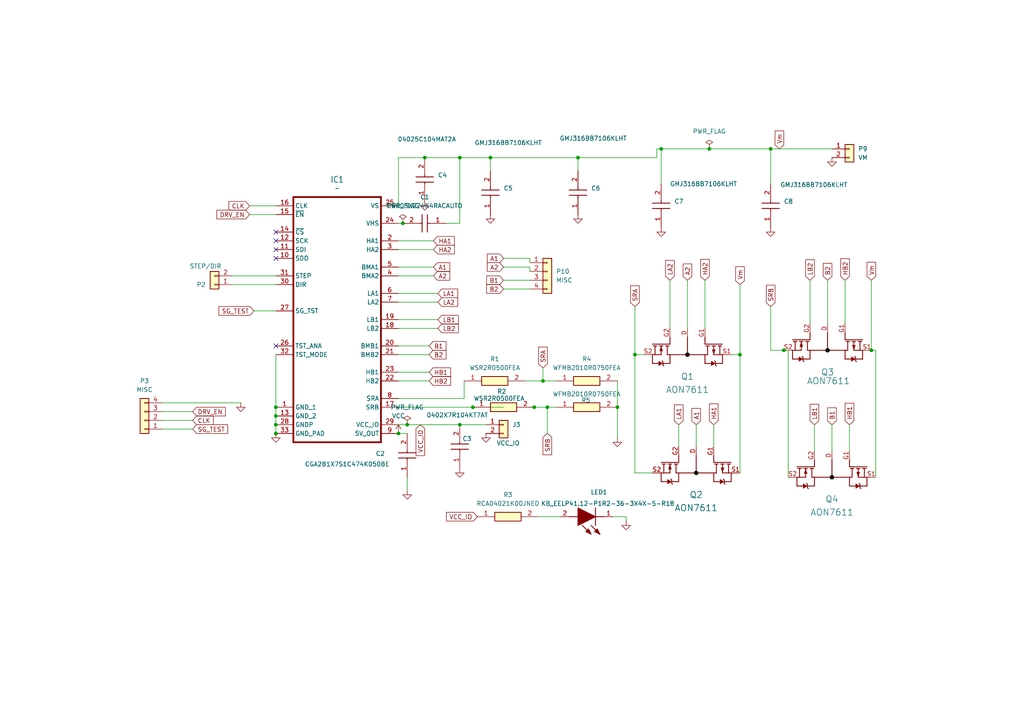
<source format=kicad_sch>
(kicad_sch (version 20231120) (generator "eeschema") (generator_version "8.0")
  (paper "A4")
  (lib_symbols
    (symbol "04025C104MAT2A:04025C104MAT2A" (pin_names hide)
      (property "Reference" "C" (at 8.89 6.35 0))
      (property "Value" "04025C104MAT2A" (at 8.89 3.81 0))
      (symbol "04025C104MAT2A_1_1"
        (polyline (pts (xy 5.08 0) (xy 5.588 0)) (stroke (width 0.254)))
        (polyline (pts (xy 5.588 2.54) (xy 5.588 -2.54)) (stroke (width 0.254)))
        (polyline (pts (xy 7.112 0) (xy 7.62 0)) (stroke (width 0.254)))
        (polyline (pts (xy 7.112 2.54) (xy 7.112 -2.54)) (stroke (width 0.254)))
        (pin passive line (at 0 0 0) (length 5.08) (name "1") (number "1"))
        (pin passive line (at 12.7 0 180) (length 5.08) (name "2") (number "2"))
      )
    )
    (symbol "0402X7R104KT7AT:0402X7R104KT7AT" (pin_names hide)
      (property "Reference" "C" (at 8.89 6.35 0))
      (property "Value" "0402X7R104KT7AT" (at 8.89 3.81 0))
      (symbol "0402X7R104KT7AT_1_1"
        (polyline (pts (xy 5.08 0) (xy 5.588 0)) (stroke (width 0.254)))
        (polyline (pts (xy 5.588 2.54) (xy 5.588 -2.54)) (stroke (width 0.254)))
        (polyline (pts (xy 7.112 0) (xy 7.62 0)) (stroke (width 0.254)))
        (polyline (pts (xy 7.112 2.54) (xy 7.112 -2.54)) (stroke (width 0.254)))
        (pin passive line (at 0 0 0) (length 5.08) (name "1") (number "1"))
        (pin passive line (at 12.7 0 180) (length 5.08) (name "2") (number "2"))
      )
    )
    (symbol "C0603X224K4RACAUTO:C0603X224K4RACAUTO" (pin_names hide)
      (property "Reference" "C" (at 8.89 6.35 0))
      (property "Value" "C0603X224K4RACAUTO" (at 8.89 3.81 0))
      (symbol "C0603X224K4RACAUTO_1_1"
        (polyline (pts (xy 5.08 0) (xy 5.588 0)) (stroke (width 0.254)))
        (polyline (pts (xy 5.588 2.54) (xy 5.588 -2.54)) (stroke (width 0.254)))
        (polyline (pts (xy 7.112 0) (xy 7.62 0)) (stroke (width 0.254)))
        (polyline (pts (xy 7.112 2.54) (xy 7.112 -2.54)) (stroke (width 0.254)))
        (pin passive line (at 0 0 0) (length 5.08) (name "1") (number "1"))
        (pin passive line (at 12.7 0 180) (length 5.08) (name "2") (number "2"))
      )
    )
    (symbol "CGA2B1X7S1C474K050BE:CGA2B1X7S1C474K050BE" (pin_names hide)
      (property "Reference" "C" (at 8.89 6.35 0))
      (property "Value" "CGA2B1X7S1C474K050BE" (at 8.89 3.81 0))
      (symbol "CGA2B1X7S1C474K050BE_1_1"
        (polyline (pts (xy 5.08 0) (xy 5.588 0)) (stroke (width 0.254)))
        (polyline (pts (xy 5.588 2.54) (xy 5.588 -2.54)) (stroke (width 0.254)))
        (polyline (pts (xy 7.112 0) (xy 7.62 0)) (stroke (width 0.254)))
        (polyline (pts (xy 7.112 2.54) (xy 7.112 -2.54)) (stroke (width 0.254)))
        (pin passive line (at 0 0 0) (length 5.08) (name "1") (number "1"))
        (pin passive line (at 12.7 0 180) (length 5.08) (name "2") (number "2"))
      )
    )
    (symbol "Connector_Generic:Conn_01x02" (pin_names (offset 1.016) hide)
      (property "Reference" "J" (at 0 2.54 0))
      (property "Value" "Conn_01x02" (at 0 -5.08 0))
      (symbol "Conn_01x02_1_1"
        (rectangle (start -1.27 -2.413) (end 0 -2.667) (stroke (width 0.1524)))
        (rectangle (start -1.27 0.127) (end 0 -0.127) (stroke (width 0.1524)))
        (rectangle (start -1.27 1.27) (end 1.27 -3.81) (stroke (width 0.254)) (fill (type background)))
        (pin passive line (at -5.08 0 0) (length 3.81) (name "Pin_1") (number "1"))
        (pin passive line (at -5.08 -2.54 0) (length 3.81) (name "Pin_2") (number "2"))
      )
    )
    (symbol "Connector_Generic:Conn_01x04" (pin_names (offset 1.016) hide)
      (property "Reference" "J" (at 0 5.08 0))
      (property "Value" "Conn_01x04" (at 0 -7.62 0))
      (symbol "Conn_01x04_1_1"
        (rectangle (start -1.27 -4.953) (end 0 -5.207) (stroke (width 0.1524)))
        (rectangle (start -1.27 -2.413) (end 0 -2.667) (stroke (width 0.1524)))
        (rectangle (start -1.27 0.127) (end 0 -0.127) (stroke (width 0.1524)))
        (rectangle (start -1.27 2.667) (end 0 2.413) (stroke (width 0.1524)))
        (rectangle (start -1.27 3.81) (end 1.27 -6.35) (stroke (width 0.254)) (fill (type background)))
        (pin passive line (at -5.08 2.54 0) (length 3.81) (name "Pin_1") (number "1"))
        (pin passive line (at -5.08 0 0) (length 3.81) (name "Pin_2") (number "2"))
        (pin passive line (at -5.08 -2.54 0) (length 3.81) (name "Pin_3") (number "3"))
        (pin passive line (at -5.08 -5.08 0) (length 3.81) (name "Pin_4") (number "4"))
      )
    )
    (symbol "GMJ316BB7106KLHT:GMJ316BB7106KLHT" (pin_names hide)
      (property "Reference" "C" (at 8.89 6.35 0))
      (property "Value" "GMJ316BB7106KLHT" (at 8.89 3.81 0))
      (symbol "GMJ316BB7106KLHT_1_1"
        (polyline (pts (xy 5.08 0) (xy 5.588 0)) (stroke (width 0.254)))
        (polyline (pts (xy 5.588 2.54) (xy 5.588 -2.54)) (stroke (width 0.254)))
        (polyline (pts (xy 7.112 0) (xy 7.62 0)) (stroke (width 0.254)))
        (polyline (pts (xy 7.112 2.54) (xy 7.112 -2.54)) (stroke (width 0.254)))
        (pin passive line (at 0 0 0) (length 5.08) (name "1") (number "1"))
        (pin passive line (at 12.7 0 180) (length 5.08) (name "2") (number "2"))
      )
    )
    (symbol "KB_EELP41_12-P1R2-36-3X4X-5-R1:KB_EELP41.12-P1R2-36-3X4X-5-R18" (pin_names hide)
      (property "Reference" "LED" (at 12.7 8.89 0))
      (property "Value" "KB_EELP41.12-P1R2-36-3X4X-5-R18" (at 12.7 6.35 0))
      (symbol "KB_EELP41.12-P1R2-36-3X4X-5-R18_1_1"
        (polyline (pts (xy 2.54 0) (xy 5.08 0)) (stroke (width 0.254)))
        (polyline (pts (xy 5.08 2.54) (xy 5.08 -2.54)) (stroke (width 0.254)))
        (polyline (pts (xy 6.35 2.54) (xy 3.81 5.08)) (stroke (width 0.254)))
        (polyline (pts (xy 8.89 2.54) (xy 6.35 5.08)) (stroke (width 0.254)))
        (polyline (pts (xy 10.16 0) (xy 12.7 0)) (stroke (width 0.254)))
        (polyline (pts (xy 5.08 0) (xy 10.16 2.54) (xy 10.16 -2.54) (xy 5.08 0)) (stroke (width 0.254)) (fill (type outline)))
        (polyline (pts (xy 5.334 4.318) (xy 4.572 3.556) (xy 3.81 5.08) (xy 5.334 4.318)) (stroke (width 0.254)) (fill (type outline)))
        (polyline (pts (xy 7.874 4.318) (xy 7.112 3.556) (xy 6.35 5.08) (xy 7.874 4.318)) (stroke (width 0.254)) (fill (type outline)))
        (pin passive line (at 0 0 0) (length 2.54) (name "K") (number "1"))
        (pin passive line (at 15.24 0 180) (length 2.54) (name "A") (number "2"))
      )
    )
    (symbol "RCA04021K00JNED:RCA04021K00JNED" (pin_names hide)
      (property "Reference" "R" (at 13.97 6.35 0))
      (property "Value" "RCA04021K00JNED" (at 13.97 3.81 0))
      (symbol "RCA04021K00JNED_1_1"
        (rectangle (start 5.08 1.27) (end 12.7 -1.27) (stroke (width 0.254)) (fill (type background)))
        (pin passive line (at 0 0 0) (length 5.08) (name "1") (number "1"))
        (pin passive line (at 17.78 0 180) (length 5.08) (name "2") (number "2"))
      )
    )
    (symbol "TMC262-LA:TMC262-LA"
      (property "Reference" "IC" (at 17.78 3.81 0))
      (symbol "TMC262-LA_1_0"
        (polyline (pts (xy 5.08 -68.58) (xy 30.48 -68.58)) (stroke (width 0.51)))
        (polyline (pts (xy 5.08 2.54) (xy 5.08 -68.58)) (stroke (width 0.51)))
        (polyline (pts (xy 30.48 -68.58) (xy 30.48 2.54)) (stroke (width 0.51)))
        (polyline (pts (xy 30.48 2.54) (xy 5.08 2.54)) (stroke (width 0.51)))
        (pin power_in line (at 0 -58.42 0) (length 5.08) (name "GND_1") (number "1"))
        (pin output line (at 0 -15.24 0) (length 5.08) (name "SDO") (number "10"))
        (pin input line (at 0 -12.7 0) (length 5.08) (name "SDI") (number "11"))
        (pin input line (at 0 -10.16 0) (length 5.08) (name "SCK") (number "12"))
        (pin power_in line (at 0 -60.96 0) (length 5.08) (name "GND_2") (number "13"))
        (pin input line (at 0 -7.62 0) (length 5.08) (name "~{CS}") (number "14"))
        (pin input line (at 0 -2.54 0) (length 5.08) (name "~{EN}") (number "15"))
        (pin input line (at 0 0 0) (length 5.08) (name "CLK") (number "16"))
        (pin input line (at 35.56 -58.42 180) (length 5.08) (name "SRB") (number "17"))
        (pin output line (at 35.56 -35.56 180) (length 5.08) (name "LB2") (number "18"))
        (pin output line (at 35.56 -33.02 180) (length 5.08) (name "LB1") (number "19"))
        (pin output line (at 35.56 -10.16 180) (length 5.08) (name "HA1") (number "2"))
        (pin input line (at 35.56 -40.64 180) (length 5.08) (name "BMB1") (number "20"))
        (pin input line (at 35.56 -43.18 180) (length 5.08) (name "BMB2") (number "21"))
        (pin output line (at 35.56 -50.8 180) (length 5.08) (name "HB2") (number "22"))
        (pin output line (at 35.56 -48.26 180) (length 5.08) (name "HB1") (number "23"))
        (pin power_in line (at 35.56 -5.08 180) (length 5.08) (name "VHS") (number "24"))
        (pin power_in line (at 35.56 0 180) (length 5.08) (name "VS") (number "25"))
        (pin output line (at 0 -40.64 0) (length 5.08) (name "TST_ANA") (number "26"))
        (pin output line (at 0 -30.48 0) (length 5.08) (name "SG_TST") (number "27"))
        (pin power_in line (at 0 -63.5 0) (length 5.08) (name "GNDP") (number "28"))
        (pin power_in line (at 35.56 -63.5 180) (length 5.08) (name "VCC_IO") (number "29"))
        (pin output line (at 35.56 -12.7 180) (length 5.08) (name "HA2") (number "3"))
        (pin input line (at 0 -22.86 0) (length 5.08) (name "DIR") (number "30"))
        (pin input line (at 0 -20.32 0) (length 5.08) (name "STEP") (number "31"))
        (pin input line (at 0 -43.18 0) (length 5.08) (name "TST_MODE") (number "32"))
        (pin power_in line (at 0 -66.04 0) (length 5.08) (name "GND_PAD") (number "33"))
        (pin input line (at 35.56 -20.32 180) (length 5.08) (name "BMA2") (number "4"))
        (pin input line (at 35.56 -17.78 180) (length 5.08) (name "BMA1") (number "5"))
        (pin output line (at 35.56 -25.4 180) (length 5.08) (name "LA1") (number "6"))
        (pin output line (at 35.56 -27.94 180) (length 5.08) (name "LA2") (number "7"))
        (pin input line (at 35.56 -55.88 180) (length 5.08) (name "SRA") (number "8"))
        (pin power_in line (at 35.56 -66.04 180) (length 5.08) (name "5V_OUT") (number "9"))
      )
    )
    (symbol "TMC262_BOB40_V1_2:AON7611"
      (property "Value" "AON7611" (at -1.27 -3.81 0))
      (symbol "AON7611_1_0"
        (polyline (pts (xy -5.08 5.08) (xy -3.048 5.08)) (stroke (width 0.254)))
        (polyline (pts (xy -5.08 10.16) (xy 0 10.16)) (stroke (width 0.254)))
        (polyline (pts (xy -5.08 15.24) (xy -3.048 15.24)) (stroke (width 0.254)))
        (polyline (pts (xy -3.048 5.08) (xy -3.048 0)) (stroke (width 0.254)))
        (polyline (pts (xy -3.048 20.32) (xy -3.048 15.24)) (stroke (width 0.254)))
        (polyline (pts (xy -2.54 0.254) (xy -2.54 1.27)) (stroke (width 0.254)))
        (polyline (pts (xy -2.54 2.032) (xy -2.54 3.048)) (stroke (width 0.254)))
        (polyline (pts (xy -2.54 4.826) (xy -2.54 3.81)) (stroke (width 0.254)))
        (polyline (pts (xy -2.54 15.494) (xy -2.54 16.51)) (stroke (width 0.254)))
        (polyline (pts (xy -2.54 17.272) (xy -2.54 18.288)) (stroke (width 0.254)))
        (polyline (pts (xy -2.54 19.05) (xy -2.54 20.066)) (stroke (width 0.254)))
        (polyline (pts (xy 0 0) (xy 2.54 0)) (stroke (width 0.254)))
        (polyline (pts (xy 0 0.762) (xy -2.54 0.762)) (stroke (width 0.254)))
        (polyline (pts (xy 0 2.54) (xy -2.54 2.54)) (stroke (width 0.254)))
        (polyline (pts (xy 0 2.54) (xy 0 0)) (stroke (width 0.254)))
        (polyline (pts (xy 0 4.318) (xy -2.54 4.318)) (stroke (width 0.254)))
        (polyline (pts (xy 0 4.318) (xy 0 5.08)) (stroke (width 0.254)))
        (polyline (pts (xy 0 5.08) (xy 2.54 5.08)) (stroke (width 0.254)))
        (polyline (pts (xy 0 15.24) (xy 0 5.08)) (stroke (width 0.254)))
        (polyline (pts (xy 0 15.24) (xy 2.54 15.24)) (stroke (width 0.254)))
        (polyline (pts (xy 0 16.002) (xy -2.54 16.002)) (stroke (width 0.254)))
        (polyline (pts (xy 0 16.002) (xy 0 15.24)) (stroke (width 0.254)))
        (polyline (pts (xy 0 17.78) (xy -2.54 17.78)) (stroke (width 0.254)))
        (polyline (pts (xy 0 17.78) (xy 0 20.32)) (stroke (width 0.254)))
        (polyline (pts (xy 0 19.558) (xy -2.54 19.558)) (stroke (width 0.254)))
        (polyline (pts (xy 0 20.32) (xy 2.54 20.32)) (stroke (width 0.254)))
        (polyline (pts (xy 2.54 0) (xy 2.54 1.778)) (stroke (width 0.254)))
        (polyline (pts (xy 2.54 5.08) (xy 2.54 3.048)) (stroke (width 0.254)))
        (polyline (pts (xy 2.54 15.24) (xy 2.54 17.018)) (stroke (width 0.254)))
        (polyline (pts (xy 2.54 20.32) (xy 2.54 18.288)) (stroke (width 0.254)))
        (polyline (pts (xy -2.54 2.54) (xy -1.016 2.032) (xy -1.016 3.048) (xy -2.54 2.54)) (stroke (width -0.0001)) (fill (type outline)))
        (polyline (pts (xy 0 17.78) (xy -1.524 18.288) (xy -1.524 17.272) (xy 0 17.78)) (stroke (width -0.0001)) (fill (type outline)))
        (polyline (pts (xy 2.54 3.048) (xy 1.778 1.778) (xy 3.302 1.778) (xy 2.54 3.048)) (stroke (width -0.0001)) (fill (type outline)))
        (polyline (pts (xy 2.54 18.288) (xy 1.778 17.018) (xy 3.302 17.018) (xy 2.54 18.288)) (stroke (width -0.0001)) (fill (type outline)))
        (polyline (pts (xy 3.302 3.302) (xy 3.048 3.048) (xy 2.032 3.048) (xy 1.778 2.794)) (stroke (width 0.254)))
        (polyline (pts (xy 3.302 18.542) (xy 3.048 18.288) (xy 2.032 18.288) (xy 1.778 18.034)) (stroke (width 0.254)))
        (circle (center 0 10.16) (radius 0.127) (stroke (width 0.508) (color 0 0 0 1)))
        (pin passive line (at -7.62 10.16 0) (length 2.54) (name "D") (number "D"))
        (pin passive line (at -7.62 15.24 0) (length 2.54) (name "G1") (number "G1"))
        (pin passive line (at -7.62 5.08 0) (length 2.54) (name "G2") (number "G2"))
        (pin passive line (at 0 22.86 270) (length 2.54) (name "S1") (number "S1"))
        (pin passive line (at 0 -2.54 90) (length 2.54) (name "S2") (number "S2"))
      )
    )
    (symbol "WFMB2010R0750FEA:WFMB2010R0750FEA" (pin_names hide)
      (property "Reference" "R" (at 13.97 6.35 0))
      (property "Value" "WFMB2010R0750FEA" (at 13.97 3.81 0))
      (symbol "WFMB2010R0750FEA_1_1"
        (rectangle (start 5.08 1.27) (end 12.7 -1.27) (stroke (width 0.254)) (fill (type background)))
        (pin passive line (at 0 0 0) (length 5.08) (name "1") (number "1"))
        (pin passive line (at 17.78 0 180) (length 5.08) (name "2") (number "2"))
      )
    )
    (symbol "WSR2R0500FEA:WSR2R0500FEA" (pin_names hide)
      (property "Reference" "R" (at 13.97 6.35 0))
      (property "Value" "WSR2R0500FEA" (at 13.97 3.81 0))
      (symbol "WSR2R0500FEA_1_1"
        (rectangle (start 5.08 1.27) (end 12.7 -1.27) (stroke (width 0.254)) (fill (type background)))
        (pin passive line (at 0 0 0) (length 5.08) (name "1") (number "1"))
        (pin passive line (at 17.78 0 180) (length 5.08) (name "2") (number "2"))
      )
    )
    (symbol "power:GND" (power) (pin_numbers hide) (pin_names (offset 0) hide)
      (property "Value" "GND" (at 0 -3.81 0))
      (symbol "GND_0_1"
        (polyline (pts (xy 0 0) (xy 0 -1.27) (xy 1.27 -1.27) (xy 0 -2.54) (xy -1.27 -1.27) (xy 0 -1.27)))
      )
      (symbol "GND_1_1"
        (pin power_in line (at 0 0 270) (length 0) (name "~") (number "1"))
      )
    )
    (symbol "power:PWR_FLAG" (power) (pin_numbers hide) (pin_names (offset 0) hide)
      (property "Value" "PWR_FLAG" (at 0 3.81 0))
      (symbol "PWR_FLAG_0_0"
        (pin power_out line (at 0 0 90) (length 0) (name "~") (number "1"))
      )
      (symbol "PWR_FLAG_0_1"
        (polyline (pts (xy 0 0) (xy 0 1.27) (xy -1.016 1.905) (xy 0 2.54) (xy 1.016 1.905) (xy 0 1.27)))
      )
    )
    (symbol "power:VCC" (power) (pin_numbers hide) (pin_names (offset 0) hide)
      (property "Value" "VCC" (at 0 3.556 0))
      (symbol "VCC_0_1"
        (polyline (pts (xy -0.762 1.27) (xy 0 2.54)))
        (polyline (pts (xy 0 0) (xy 0 2.54)))
        (polyline (pts (xy 0 2.54) (xy 0.762 1.27)))
      )
      (symbol "VCC_1_1"
        (pin power_in line (at 0 0 90) (length 0) (name "~") (number "1"))
      )
    )
  )
  (junction (at 167.64 45.72))
  (junction (at 133.35 123.19))
  (junction (at 223.52 43.18))
  (junction (at 158.75 118.11))
  (junction (at 80.01 125.73))
  (junction (at 179.07 118.11))
  (junction (at 133.35 45.72))
  (junction (at 191.77 43.18))
  (junction (at 80.01 118.11))
  (junction (at 118.11 123.19))
  (junction (at 157.48 110.49))
  (junction (at 115.57 125.73))
  (junction (at 205.74 43.18))
  (junction (at 80.01 120.65))
  (junction (at 252.73 101.6))
  (junction (at 142.24 45.72))
  (junction (at 80.01 123.19))
  (junction (at 123.19 45.72))
  (junction (at 154.94 118.11))
  (junction (at 184.15 102.87))
  (junction (at 116.84 64.77))
  (junction (at 214.63 102.87))
  (junction (at 137.16 118.11))
  (junction (at 227.33 101.6))
  (no_connect (at 80.01 69.85))
  (no_connect (at 80.01 67.31))
  (no_connect (at 80.01 72.39))
  (no_connect (at 80.01 100.33))
  (no_connect (at 80.01 74.93))
  (wire (pts (xy 205.74 43.18) (xy 223.52 43.18)))
  (wire (pts (xy 191.77 43.18) (xy 205.74 43.18)))
  (wire (pts (xy 115.57 100.33) (xy 124.46 100.33)))
  (wire (pts (xy 214.63 82.55) (xy 214.63 102.87)))
  (wire (pts (xy 115.57 102.87) (xy 124.46 102.87)))
  (wire (pts (xy 133.35 45.72) (xy 142.24 45.72)))
  (wire (pts (xy 158.75 118.11) (xy 161.29 118.11)))
  (wire (pts (xy 241.3 123.19) (xy 241.3 130.81)))
  (wire (pts (xy 115.57 107.95) (xy 124.46 107.95)))
  (wire (pts (xy 227.33 101.6) (xy 228.6 101.6)))
  (wire (pts (xy 161.29 110.49) (xy 157.48 110.49)))
  (wire (pts (xy 80.01 123.19) (xy 80.01 125.73)))
  (wire (pts (xy 118.11 123.19) (xy 133.35 123.19)))
  (wire (pts (xy 199.39 81.28) (xy 199.39 95.25)))
  (wire (pts (xy 67.31 80.01) (xy 80.01 80.01)))
  (wire (pts (xy 72.39 59.69) (xy 80.01 59.69)))
  (wire (pts (xy 115.57 80.01) (xy 125.73 80.01)))
  (wire (pts (xy 80.01 118.11) (xy 80.01 120.65)))
  (wire (pts (xy 133.35 123.19) (xy 140.97 123.19)))
  (wire (pts (xy 146.05 77.47) (xy 153.67 77.47)))
  (wire (pts (xy 241.3 43.18) (xy 223.52 43.18)))
  (wire (pts (xy 184.15 102.87) (xy 186.69 102.87)))
  (wire (pts (xy 137.16 118.11) (xy 146.05 118.11)))
  (wire (pts (xy 115.57 110.49) (xy 124.46 110.49)))
  (wire (pts (xy 115.57 92.71) (xy 127 92.71)))
  (wire (pts (xy 177.8 149.86) (xy 181.61 149.86)))
  (wire (pts (xy 184.15 88.9) (xy 184.15 102.87)))
  (wire (pts (xy 67.31 82.55) (xy 80.01 82.55)))
  (wire (pts (xy 204.47 81.28) (xy 204.47 95.25)))
  (wire (pts (xy 142.24 45.72) (xy 167.64 45.72)))
  (wire (pts (xy 181.61 149.86) (xy 181.61 151.13)))
  (wire (pts (xy 189.23 137.16) (xy 184.15 137.16)))
  (wire (pts (xy 142.24 45.72) (xy 142.24 49.53)))
  (wire (pts (xy 115.57 77.47) (xy 125.73 77.47)))
  (wire (pts (xy 190.5 43.18) (xy 190.5 45.72)))
  (wire (pts (xy 252.73 81.28) (xy 252.73 101.6)))
  (wire (pts (xy 236.22 123.19) (xy 236.22 130.81)))
  (wire (pts (xy 115.57 87.63) (xy 127 87.63)))
  (wire (pts (xy 80.01 120.65) (xy 80.01 123.19)))
  (wire (pts (xy 115.57 69.85) (xy 125.73 69.85)))
  (wire (pts (xy 246.38 123.19) (xy 246.38 130.81)))
  (wire (pts (xy 223.52 43.18) (xy 223.52 53.34)))
  (wire (pts (xy 254 138.43) (xy 254 101.6)))
  (wire (pts (xy 72.39 62.23) (xy 80.01 62.23)))
  (wire (pts (xy 46.99 116.84) (xy 69.85 116.84)))
  (wire (pts (xy 115.57 72.39) (xy 125.73 72.39)))
  (wire (pts (xy 118.11 138.43) (xy 118.11 142.24)))
  (wire (pts (xy 115.57 59.69) (xy 115.57 45.72)))
  (wire (pts (xy 115.57 45.72) (xy 123.19 45.72)))
  (wire (pts (xy 214.63 102.87) (xy 214.63 137.16)))
  (wire (pts (xy 245.11 81.28) (xy 245.11 93.98)))
  (wire (pts (xy 194.31 81.28) (xy 194.31 95.25)))
  (wire (pts (xy 212.09 102.87) (xy 214.63 102.87)))
  (wire (pts (xy 133.35 45.72) (xy 133.35 64.77)))
  (wire (pts (xy 115.57 125.73) (xy 118.11 125.73)))
  (wire (pts (xy 146.05 74.93) (xy 153.67 74.93)))
  (wire (pts (xy 157.48 110.49) (xy 152.4 110.49)))
  (wire (pts (xy 196.85 123.19) (xy 196.85 129.54)))
  (wire (pts (xy 228.6 138.43) (xy 228.6 101.6)))
  (wire (pts (xy 73.66 90.17) (xy 80.01 90.17)))
  (wire (pts (xy 129.54 64.77) (xy 133.35 64.77)))
  (wire (pts (xy 191.77 43.18) (xy 190.5 43.18)))
  (wire (pts (xy 134.62 110.49) (xy 134.62 115.57)))
  (wire (pts (xy 80.01 102.87) (xy 80.01 118.11)))
  (wire (pts (xy 156.21 149.86) (xy 162.56 149.86)))
  (wire (pts (xy 240.03 81.28) (xy 240.03 93.98)))
  (wire (pts (xy 146.05 81.28) (xy 153.67 81.28)))
  (wire (pts (xy 184.15 137.16) (xy 184.15 102.87)))
  (wire (pts (xy 223.52 88.9) (xy 223.52 101.6)))
  (wire (pts (xy 207.01 123.19) (xy 207.01 129.54)))
  (wire (pts (xy 154.94 118.11) (xy 153.67 118.11)))
  (wire (pts (xy 234.95 81.28) (xy 234.95 93.98)))
  (wire (pts (xy 115.57 85.09) (xy 127 85.09)))
  (wire (pts (xy 146.05 83.82) (xy 153.67 83.82)))
  (wire (pts (xy 179.07 118.11) (xy 179.07 127)))
  (wire (pts (xy 116.84 64.77) (xy 115.57 64.77)))
  (wire (pts (xy 254 101.6) (xy 252.73 101.6)))
  (wire (pts (xy 201.93 123.19) (xy 201.93 129.54)))
  (wire (pts (xy 167.64 45.72) (xy 167.64 49.53)))
  (wire (pts (xy 157.48 106.68) (xy 157.48 110.49)))
  (wire (pts (xy 46.99 121.92) (xy 55.88 121.92)))
  (wire (pts (xy 46.99 119.38) (xy 55.88 119.38)))
  (wire (pts (xy 46.99 124.46) (xy 55.88 124.46)))
  (wire (pts (xy 158.75 118.11) (xy 154.94 118.11)))
  (wire (pts (xy 115.57 95.25) (xy 127 95.25)))
  (wire (pts (xy 179.07 110.49) (xy 179.07 118.11)))
  (wire (pts (xy 167.64 45.72) (xy 190.5 45.72)))
  (wire (pts (xy 115.57 115.57) (xy 134.62 115.57)))
  (wire (pts (xy 223.52 101.6) (xy 227.33 101.6)))
  (wire (pts (xy 191.77 43.18) (xy 191.77 53.34)))
  (wire (pts (xy 158.75 118.11) (xy 158.75 125.73)))
  (wire (pts (xy 115.57 118.11) (xy 137.16 118.11)))
  (wire (pts (xy 153.67 74.93) (xy 153.67 76.2)))
  (wire (pts (xy 115.57 123.19) (xy 118.11 123.19)))
  (wire (pts (xy 153.67 77.47) (xy 153.67 78.74)))
  (wire (pts (xy 123.19 45.72) (xy 133.35 45.72)))
  (global_label "A1" (shape input) (at 201.93 123.19 90) (property "Intersheetrefs" "${INTERSHEET_REFS}" (effects (hide yes))))
  (global_label "A2" (shape input) (at 146.05 77.47 180) (property "Intersheetrefs" "${INTERSHEET_REFS}" (effects (hide yes))))
  (global_label "Vm" (shape input) (at 252.73 81.28 90) (property "Intersheetrefs" "${INTERSHEET_REFS}" (effects (hide yes))))
  (global_label "A2" (shape input) (at 199.39 81.28 90) (property "Intersheetrefs" "${INTERSHEET_REFS}" (effects (hide yes))))
  (global_label "SRA" (shape input) (at 157.48 106.68 90) (property "Intersheetrefs" "${INTERSHEET_REFS}" (effects (hide yes))))
  (global_label "HA1" (shape input) (at 125.73 69.85 0) (property "Intersheetrefs" "${INTERSHEET_REFS}" (effects (hide yes))))
  (global_label "SG_TEST" (shape input) (at 73.66 90.17 180) (property "Intersheetrefs" "${INTERSHEET_REFS}" (effects (hide yes))))
  (global_label "B1" (shape input) (at 241.3 123.19 90) (property "Intersheetrefs" "${INTERSHEET_REFS}" (effects (hide yes))))
  (global_label "HB1" (shape input) (at 124.46 107.95 0) (property "Intersheetrefs" "${INTERSHEET_REFS}" (effects (hide yes))))
  (global_label "LA2" (shape input) (at 127 87.63 0) (property "Intersheetrefs" "${INTERSHEET_REFS}" (effects (hide yes))))
  (global_label "VCC_IO" (shape input) (at 138.43 149.86 180) (property "Intersheetrefs" "${INTERSHEET_REFS}" (effects (hide yes))))
  (global_label "LA1" (shape input) (at 196.85 123.19 90) (property "Intersheetrefs" "${INTERSHEET_REFS}" (effects (hide yes))))
  (global_label "A1" (shape input) (at 146.05 74.93 180) (property "Intersheetrefs" "${INTERSHEET_REFS}" (effects (hide yes))))
  (global_label "HB1" (shape input) (at 246.38 123.19 90) (property "Intersheetrefs" "${INTERSHEET_REFS}" (effects (hide yes))))
  (global_label "HA1" (shape input) (at 207.01 123.19 90) (property "Intersheetrefs" "${INTERSHEET_REFS}" (effects (hide yes))))
  (global_label "HA2" (shape input) (at 204.47 81.28 90) (property "Intersheetrefs" "${INTERSHEET_REFS}" (effects (hide yes))))
  (global_label "DRV_EN" (shape input) (at 55.88 119.38 0) (property "Intersheetrefs" "${INTERSHEET_REFS}" (effects (hide yes))))
  (global_label "A1" (shape input) (at 125.73 77.47 0) (property "Intersheetrefs" "${INTERSHEET_REFS}" (effects (hide yes))))
  (global_label "B2" (shape input) (at 124.46 102.87 0) (property "Intersheetrefs" "${INTERSHEET_REFS}" (effects (hide yes))))
  (global_label "LB2" (shape input) (at 127 95.25 0) (property "Intersheetrefs" "${INTERSHEET_REFS}" (effects (hide yes))))
  (global_label "LA2" (shape input) (at 194.31 81.28 90) (property "Intersheetrefs" "${INTERSHEET_REFS}" (effects (hide yes))))
  (global_label "Vm" (shape input) (at 226.06 43.18 90) (property "Intersheetrefs" "${INTERSHEET_REFS}" (effects (hide yes))))
  (global_label "B1" (shape input) (at 146.05 81.28 180) (property "Intersheetrefs" "${INTERSHEET_REFS}" (effects (hide yes))))
  (global_label "VCC_IO" (shape input) (at 121.92 123.19 270) (property "Intersheetrefs" "${INTERSHEET_REFS}" (effects (hide yes))))
  (global_label "SRB" (shape input) (at 223.52 88.9 90) (property "Intersheetrefs" "${INTERSHEET_REFS}" (effects (hide yes))))
  (global_label "LB1" (shape input) (at 127 92.71 0) (property "Intersheetrefs" "${INTERSHEET_REFS}" (effects (hide yes))))
  (global_label "SRB" (shape input) (at 158.75 125.73 270) (property "Intersheetrefs" "${INTERSHEET_REFS}" (effects (hide yes))))
  (global_label "CLK" (shape input) (at 55.88 121.92 0) (property "Intersheetrefs" "${INTERSHEET_REFS}" (effects (hide yes))))
  (global_label "A2" (shape input) (at 125.73 80.01 0) (property "Intersheetrefs" "${INTERSHEET_REFS}" (effects (hide yes))))
  (global_label "B1" (shape input) (at 124.46 100.33 0) (property "Intersheetrefs" "${INTERSHEET_REFS}" (effects (hide yes))))
  (global_label "LB2" (shape input) (at 234.95 81.28 90) (property "Intersheetrefs" "${INTERSHEET_REFS}" (effects (hide yes))))
  (global_label "CLK" (shape input) (at 72.39 59.69 180) (property "Intersheetrefs" "${INTERSHEET_REFS}" (effects (hide yes))))
  (global_label "Vm" (shape input) (at 214.63 82.55 90) (property "Intersheetrefs" "${INTERSHEET_REFS}" (effects (hide yes))))
  (global_label "HB2" (shape input) (at 124.46 110.49 0) (property "Intersheetrefs" "${INTERSHEET_REFS}" (effects (hide yes))))
  (global_label "LB1" (shape input) (at 236.22 123.19 90) (property "Intersheetrefs" "${INTERSHEET_REFS}" (effects (hide yes))))
  (global_label "HB2" (shape input) (at 245.11 81.28 90) (property "Intersheetrefs" "${INTERSHEET_REFS}" (effects (hide yes))))
  (global_label "SG_TEST" (shape input) (at 55.88 124.46 0) (property "Intersheetrefs" "${INTERSHEET_REFS}" (effects (hide yes))))
  (global_label "DRV_EN" (shape input) (at 72.39 62.23 180) (property "Intersheetrefs" "${INTERSHEET_REFS}" (effects (hide yes))))
  (global_label "B2" (shape input) (at 146.05 83.82 180) (property "Intersheetrefs" "${INTERSHEET_REFS}" (effects (hide yes))))
  (global_label "LA1" (shape input) (at 127 85.09 0) (property "Intersheetrefs" "${INTERSHEET_REFS}" (effects (hide yes))))
  (global_label "B2" (shape input) (at 240.03 81.28 90) (property "Intersheetrefs" "${INTERSHEET_REFS}" (effects (hide yes))))
  (global_label "SRA" (shape input) (at 184.15 88.9 90) (property "Intersheetrefs" "${INTERSHEET_REFS}" (effects (hide yes))))
  (global_label "HA2" (shape input) (at 125.73 72.39 0) (property "Intersheetrefs" "${INTERSHEET_REFS}" (effects (hide yes))))
  (symbol (lib_id "power:GND") (at 140.97 125.73 0) (unit 1)
    (property "Reference" "#PWR07" (effects (hide yes)))
    (property "Value" "GND" (effects (hide yes)))
    (property "Description" "Power symbol creates a global label with name \"GND\" , ground" (effects (hide yes)))
  )
  (symbol (lib_id "GMJ316BB7106KLHT:GMJ316BB7106KLHT") (at 142.24 62.23 90) (unit 1)
    (property "Reference" "C5" (at 146.05 54.6099 90) (effects (justify right)))
    (property "Value" "GMJ316BB7106KLHT" (at 137.668 41.402 90) (effects (justify right)))
    (property "Footprint" "Capacitor_SMD:C_1206_3216Metric" (effects (hide yes)))
    (property "Datasheet" "https://datasheet.datasheetarchive.com/originals/distributors/DKDS-37/730539.pdf" (effects (hide yes)))
    (property "Description" "Multilayer Ceramic Capacitors MLCC - SMD/SMT 10uF 35V X7R 10% 1206 Flx AEC-Q200" (effects (hide yes)))
    (property "Height" "1.25" (effects (hide yes)))
    (property "Mouser Part Number" "963-GMJ316BB7106KLHT" (effects (hide yes)))
    (property "Mouser Price/Stock" "https://www.mouser.co.uk/ProductDetail/Taiyo-Yuden/GMJ316BB7106KLHT?qs=6oMev5NRZMHsJBH%2FrXfPIA%3D%3D" (effects (hide yes)))
    (property "Manufacturer_Name" "TAIYO YUDEN" (effects (hide yes)))
    (property "Manufacturer_Part_Number" "GMJ316BB7106KLHT" (effects (hide yes)))
  )
  (symbol (lib_id "0402X7R104KT7AT:0402X7R104KT7AT") (at 133.35 135.89 90) (unit 1)
    (property "Reference" "C3" (at 134.112 127.254 90) (effects (justify right)))
    (property "Value" "0402X7R104KT7AT" (at 123.698 120.396 90) (effects (justify right)))
    (property "Footprint" "Capacitor_SMD:C_0402_1005Metric" (effects (hide yes)))
    (property "Datasheet" "https://www.mouser.es/datasheet/2/40/general_purpose-3169586.pdf" (effects (hide yes)))
    (property "Description" "Ceramic Capacitor, Multilayer, Ceramic, 16V, 10% +Tol, 10% -Tol, X7R, 15% TC, 0.1uF, Surface Mount, 0402" (effects (hide yes)))
    (property "Height" "0.61" (effects (hide yes)))
    (property "Mouser Part Number" "581-0402X7R104KT7AT" (effects (hide yes)))
    (property "Mouser Price/Stock" "https://www.mouser.co.uk/ProductDetail/KYOCERA-AVX/0402X7R104KT7AT?qs=DPoM0jnrROXD467pFR2ukA%3D%3D" (effects (hide yes)))
    (property "Manufacturer_Name" "Kyocera AVX" (effects (hide yes)))
    (property "Manufacturer_Part_Number" "0402X7R104KT7AT" (effects (hide yes)))
  )
  (symbol (lib_id "power:GND") (at 118.11 142.24 0) (unit 1)
    (property "Reference" "#PWR04" (effects (hide yes)))
    (property "Value" "GND" (effects (hide yes)))
    (property "Description" "Power symbol creates a global label with name \"GND\" , ground" (effects (hide yes)))
  )
  (symbol (lib_id "power:GND") (at 241.3 45.72 0) (unit 1)
    (property "Reference" "#PWR014" (effects (hide yes)))
    (property "Value" "GND" (effects (hide yes)))
    (property "Description" "Power symbol creates a global label with name \"GND\" , ground" (effects (hide yes)))
  )
  (symbol (lib_id "WSR2R0500FEA:WSR2R0500FEA") (at 134.62 110.49 0) (unit 1)
    (property "Reference" "R1" (at 143.51 104.14 0))
    (property "Value" "WSR2R0500FEA" (at 143.51 106.68 0))
    (property "Footprint" "Resistor_SMD:R_Shunt_Vishay_WSR2_WSR3" (effects (hide yes)))
    (property "Datasheet" "https://componentsearchengine.com/Datasheets/1/WSR2R0500FEA.pdf" (effects (hide yes)))
    (property "Description" "WSR2 SMD Resistor,2W,1%,R050 Vishay WSR2 Series Metal Strip Low Ohmic Surface Mount Resistor 4527 Case 50m +/-1% 2W +/-75ppm/C" (effects (hide yes)))
    (property "Height" "2.537" (effects (hide yes)))
    (property "Mouser Part Number" "71-WSR2R0500FEA" (effects (hide yes)))
    (property "Mouser Price/Stock" "https://www.mouser.com/Search/Refine.aspx?Keyword=71-WSR2R0500FEA" (effects (hide yes)))
    (property "Manufacturer_Name" "Vishay" (effects (hide yes)))
    (property "Manufacturer_Part_Number" "WSR2R0500FEA" (effects (hide yes)))
  )
  (symbol (lib_id "CGA2B1X7S1C474K050BE:CGA2B1X7S1C474K050BE") (at 118.11 138.43 90) (unit 1)
    (property "Reference" "C2" (at 108.966 131.572 90) (effects (justify right)))
    (property "Value" "CGA2B1X7S1C474K050BE" (at 88.392 134.62 90) (effects (justify right)))
    (property "Footprint" "Capacitor_SMD:C_0402_1005Metric" (effects (hide yes)))
    (property "Description" "Multilayer Ceramic Capacitors MLCC - SMD/SMT 0402 0.47uF 16volts X7S 10% Soft Term" (effects (hide yes)))
    (property "Height" "0.55" (effects (hide yes)))
    (property "Mouser Part Number" "810-CGA2B1X7S1C474KB" (effects (hide yes)))
    (property "Mouser Price/Stock" "https://www.mouser.co.uk/ProductDetail/TDK/CGA2B1X7S1C474K050BE?qs=nQSIdc08i%252BcGEyDh8LdwLg%3D%3D" (effects (hide yes)))
    (property "Manufacturer_Name" "TDK" (effects (hide yes)))
    (property "Manufacturer_Part_Number" "CGA2B1X7S1C474K050BE" (effects (hide yes)))
  )
  (symbol (lib_id "WFMB2010R0750FEA:WFMB2010R0750FEA") (at 161.29 110.49 0) (unit 1)
    (property "Reference" "R4" (at 170.18 104.14 0))
    (property "Value" "WFMB2010R0750FEA" (at 170.18 106.68 0))
    (property "Footprint" "Resistor_SMD:R_2010_5025Metric" (effects (hide yes)))
    (property "Datasheet" "https://datasheet.datasheetarchive.com/originals/distributors/Datasheets_SAMA/ca61f143e72def871d1e0aad69108011.pdf" (effects (hide yes)))
    (property "Description" "Vishay 0.075, 2010 (5025M) SMD Resistor +/-1% 2W - WFMB2010R0750FEA" (effects (hide yes)))
    (property "Height" "0.65" (effects (hide yes)))
    (property "Mouser Part Number" "71-WFMB2010R0750FEA" (effects (hide yes)))
    (property "Mouser Price/Stock" "https://www.mouser.co.uk/ProductDetail/Vishay/WFMB2010R0750FEA?qs=2WXlatMagcGsU%2F2ZtxxQZw%3D%3D" (effects (hide yes)))
    (property "Manufacturer_Name" "Vishay" (effects (hide yes)))
    (property "Manufacturer_Part_Number" "WFMB2010R0750FEA" (effects (hide yes)))
  )
  (symbol (lib_id "Connector_Generic:Conn_01x02") (at 146.05 123.19 0) (unit 1)
    (property "Reference" "J3" (at 148.59 123.1899 0) (effects (justify left)))
    (property "Value" "VCC_IO" (at 144.018 128.524 0) (effects (justify left)))
    (property "Footprint" "Connector_PinHeader_2.54mm:PinHeader_1x02_P2.54mm_Vertical" (effects (hide yes)))
    (property "Description" "Generic connector, single row, 01x02, script generated (kicad-library-utils/schlib/autogen/connector/)" (effects (hide yes)))
  )
  (symbol (lib_id "power:GND") (at 191.77 66.04 0) (unit 1)
    (property "Reference" "#PWR012" (effects (hide yes)))
    (property "Value" "GND" (effects (hide yes)))
    (property "Description" "Power symbol creates a global label with name \"GND\" , ground" (effects (hide yes)))
  )
  (symbol (lib_id "power:GND") (at 133.35 135.89 0) (unit 1)
    (property "Reference" "#PWR06" (effects (hide yes)))
    (property "Value" "GND" (effects (hide yes)))
    (property "Description" "Power symbol creates a global label with name \"GND\" , ground" (effects (hide yes)))
  )
  (symbol (lib_id "RCA04021K00JNED:RCA04021K00JNED") (at 138.43 149.86 0) (unit 1)
    (property "Reference" "R3" (at 147.32 143.51 0))
    (property "Value" "RCA04021K00JNED" (at 147.32 146.05 0))
    (property "Footprint" "Resistor_SMD:R_0402_1005Metric" (effects (hide yes)))
    (property "Datasheet" "https://www.vishay.com/docs/20037/rcae3.pdf" (effects (hide yes)))
    (property "Description" "Thick Film Resistors - SMD RCA0402 1K0 5% 200 ET7 e3" (effects (hide yes)))
    (property "Height" "0.4" (effects (hide yes)))
    (property "Mouser Part Number" "71-RCA04021K00JNED" (effects (hide yes)))
    (property "Mouser Price/Stock" "https://www.mouser.co.uk/ProductDetail/Vishay-Draloric/RCA04021K00JNED?qs=%2F1ulvxij7NGYIps%252BNngVLQ%3D%3D" (effects (hide yes)))
    (property "Manufacturer_Name" "Vishay" (effects (hide yes)))
    (property "Manufacturer_Part_Number" "RCA04021K00JNED" (effects (hide yes)))
  )
  (symbol (lib_id "TMC262-LA:TMC262-LA") (at 80.01 59.69 0) (unit 1)
    (property "Reference" "IC1" (at 97.79 52.07 0) (effects (font (size 1.778 1.5113))))
    (property "Value" "~" (at 97.79 54.61 0) (effects (font (size 1.778 1.5113))))
    (property "Footprint" "Package_DFN_QFN:QFN-32-1EP_5x5mm_P0.5mm_EP3.3x3.3mm_ThermalVias" (effects (hide yes)))
    (property "Description" "Energy saving high resolution microstepping two phase stepper driver with Step/Dir, SPI, up to 60V, QFN32(5x5)" (effects (hide yes)))
  )
  (symbol (lib_id "WSR2R0500FEA:WSR2R0500FEA") (at 137.16 118.11 0) (unit 1)
    (property "Reference" "R2" (at 145.542 113.538 0))
    (property "Value" "WSR2R0500FEA" (at 144.78 115.57 0))
    (property "Footprint" "Resistor_SMD:R_Shunt_Vishay_WSR2_WSR3" (effects (hide yes)))
    (property "Datasheet" "https://componentsearchengine.com/Datasheets/1/WSR2R0500FEA.pdf" (effects (hide yes)))
    (property "Description" "WSR2 SMD Resistor,2W,1%,R050 Vishay WSR2 Series Metal Strip Low Ohmic Surface Mount Resistor 4527 Case 50m +/-1% 2W +/-75ppm/C" (effects (hide yes)))
    (property "Height" "2.537" (effects (hide yes)))
    (property "Mouser Part Number" "71-WSR2R0500FEA" (effects (hide yes)))
    (property "Mouser Price/Stock" "https://www.mouser.com/Search/Refine.aspx?Keyword=71-WSR2R0500FEA" (effects (hide yes)))
    (property "Manufacturer_Name" "Vishay" (effects (hide yes)))
    (property "Manufacturer_Part_Number" "WSR2R0500FEA" (effects (hide yes)))
  )
  (symbol (lib_id "TMC262_BOB40_V1_2:AON7611") (at 189.23 102.87 270) (unit 1)
    (property "Reference" "Q1" (at 199.39 109.22 90) (effects (font (size 1.8288 1.8288))))
    (property "Value" "AON7611" (at 199.39 113.03 90) (effects (font (size 1.8288 1.8288))))
    (property "Footprint" "Package_SO:SOIC-8_3.9x4.9mm_P1.27mm" (effects (hide yes)))
    (property "Description" "Mosfet Array N and P-Channel, Common Drain 30V 9A, 18.5A 1.5W Surface Mount 8-DFN (3x3)" (effects (hide yes)))
    (property "Supplier 1" "Digi-Key" (effects (hide yes)))
    (property "SPL1_PN" "785-1404-1-ND" (effects (hide yes)))
    (property "MPN" "AON7611" (effects (hide yes)))
    (property "MF" "Alpha & Omega Semiconductor Inc." (effects (hide yes)))
  )
  (symbol (lib_id "power:PWR_FLAG") (at 205.74 43.18 0) (unit 1)
    (property "Reference" "#FLG03" (effects (hide yes)))
    (property "Value" "PWR_FLAG" (at 205.74 38.1 0))
    (property "Description" "Special symbol for telling ERC where power comes from" (effects (hide yes)))
  )
  (symbol (lib_id "power:GND") (at 69.85 116.84 0) (unit 1)
    (property "Reference" "#PWR01" (effects (hide yes)))
    (property "Value" "GND" (effects (hide yes)))
    (property "Description" "Power symbol creates a global label with name \"GND\" , ground" (effects (hide yes)))
  )
  (symbol (lib_id "power:GND") (at 167.64 62.23 0) (unit 1)
    (property "Reference" "#PWR09" (effects (hide yes)))
    (property "Value" "GND" (effects (hide yes)))
    (property "Description" "Power symbol creates a global label with name \"GND\" , ground" (effects (hide yes)))
  )
  (symbol (lib_id "power:GND") (at 123.19 58.42 0) (unit 1)
    (property "Reference" "#PWR05" (effects (hide yes)))
    (property "Value" "GND" (effects (hide yes)))
    (property "Description" "Power symbol creates a global label with name \"GND\" , ground" (effects (hide yes)))
  )
  (symbol (lib_id "Connector_Generic:Conn_01x04") (at 158.75 78.74 0) (unit 1)
    (property "Reference" "P10" (at 161.29 78.7399 0) (effects (justify left)))
    (property "Value" "MISC" (at 161.29 81.2799 0) (effects (justify left)))
    (property "Footprint" "Connector_Phoenix_MSTB:PhoenixContact_MSTBA_2,5_4-G_1x04_P5.00mm_Horizontal" (effects (hide yes)))
    (property "Description" "Generic connector, single row, 01x04, script generated (kicad-library-utils/schlib/autogen/connector/)" (effects (hide yes)))
  )
  (symbol (lib_id "Connector_Generic:Conn_01x02") (at 246.38 43.18 0) (unit 1)
    (property "Reference" "P9" (at 248.92 43.1799 0) (effects (justify left)))
    (property "Value" "VM" (at 248.92 45.7199 0) (effects (justify left)))
    (property "Footprint" "Connector_Phoenix_MSTB:PhoenixContact_MSTBA_2,5_2-G_1x02_P5.00mm_Horizontal" (effects (hide yes)))
    (property "Description" "Generic connector, single row, 01x02, script generated (kicad-library-utils/schlib/autogen/connector/)" (effects (hide yes)))
  )
  (symbol (lib_id "TMC262_BOB40_V1_2:AON7611") (at 191.77 137.16 270) (unit 1)
    (property "Reference" "Q2" (at 201.93 143.51 90) (effects (font (size 1.8288 1.8288))))
    (property "Value" "AON7611" (at 201.93 147.32 90) (effects (font (size 1.8288 1.8288))))
    (property "Footprint" "Package_SO:SOIC-8_3.9x4.9mm_P1.27mm" (effects (hide yes)))
    (property "Description" "Mosfet Array N and P-Channel, Common Drain 30V 9A, 18.5A 1.5W Surface Mount 8-DFN (3x3)" (effects (hide yes)))
    (property "Supplier 1" "Digi-Key" (effects (hide yes)))
    (property "SPL1_PN" "785-1404-1-ND" (effects (hide yes)))
    (property "MPN" "AON7611" (effects (hide yes)))
    (property "MF" "Alpha & Omega Semiconductor Inc." (effects (hide yes)))
  )
  (symbol (lib_id "power:VCC") (at 115.57 125.73 0) (unit 1)
    (property "Reference" "#PWR03" (effects (hide yes)))
    (property "Value" "VCC" (at 115.57 120.65 0))
    (property "Description" "Power symbol creates a global label with name \"VCC\"" (effects (hide yes)))
  )
  (symbol (lib_id "GMJ316BB7106KLHT:GMJ316BB7106KLHT") (at 167.64 62.23 90) (unit 1)
    (property "Reference" "C6" (at 171.45 54.6099 90) (effects (justify right)))
    (property "Value" "GMJ316BB7106KLHT" (at 162.306 40.132 90) (effects (justify right)))
    (property "Footprint" "Capacitor_SMD:C_1206_3216Metric" (effects (hide yes)))
    (property "Datasheet" "https://datasheet.datasheetarchive.com/originals/distributors/DKDS-37/730539.pdf" (effects (hide yes)))
    (property "Description" "Multilayer Ceramic Capacitors MLCC - SMD/SMT 10uF 35V X7R 10% 1206 Flx AEC-Q200" (effects (hide yes)))
    (property "Height" "1.25" (effects (hide yes)))
    (property "Mouser Part Number" "963-GMJ316BB7106KLHT" (effects (hide yes)))
    (property "Mouser Price/Stock" "https://www.mouser.co.uk/ProductDetail/Taiyo-Yuden/GMJ316BB7106KLHT?qs=6oMev5NRZMHsJBH%2FrXfPIA%3D%3D" (effects (hide yes)))
    (property "Manufacturer_Name" "TAIYO YUDEN" (effects (hide yes)))
    (property "Manufacturer_Part_Number" "GMJ316BB7106KLHT" (effects (hide yes)))
  )
  (symbol (lib_id "WFMB2010R0750FEA:WFMB2010R0750FEA") (at 161.29 118.11 0) (unit 1)
    (property "Reference" "R5" (at 169.926 116.078 0))
    (property "Value" "WFMB2010R0750FEA" (at 170.18 114.3 0))
    (property "Footprint" "Resistor_SMD:R_2010_5025Metric" (effects (hide yes)))
    (property "Datasheet" "https://datasheet.datasheetarchive.com/originals/distributors/Datasheets_SAMA/ca61f143e72def871d1e0aad69108011.pdf" (effects (hide yes)))
    (property "Description" "Vishay 0.075, 2010 (5025M) SMD Resistor +/-1% 2W - WFMB2010R0750FEA" (effects (hide yes)))
    (property "Height" "0.65" (effects (hide yes)))
    (property "Mouser Part Number" "71-WFMB2010R0750FEA" (effects (hide yes)))
    (property "Mouser Price/Stock" "https://www.mouser.co.uk/ProductDetail/Vishay/WFMB2010R0750FEA?qs=2WXlatMagcGsU%2F2ZtxxQZw%3D%3D" (effects (hide yes)))
    (property "Manufacturer_Name" "Vishay" (effects (hide yes)))
    (property "Manufacturer_Part_Number" "WFMB2010R0750FEA" (effects (hide yes)))
  )
  (symbol (lib_id "power:GND") (at 181.61 151.13 0) (unit 1)
    (property "Reference" "#PWR011" (effects (hide yes)))
    (property "Value" "GND" (effects (hide yes)))
    (property "Description" "Power symbol creates a global label with name \"GND\" , ground" (effects (hide yes)))
  )
  (symbol (lib_id "Connector_Generic:Conn_01x04") (at 41.91 121.92 180) (unit 1)
    (property "Reference" "P3" (at 41.91 110.49 0))
    (property "Value" "MISC" (at 41.91 113.03 0))
    (property "Footprint" "Connector_PinHeader_2.54mm:PinHeader_1x04_P2.54mm_Vertical" (effects (hide yes)))
    (property "Description" "Generic connector, single row, 01x04, script generated (kicad-library-utils/schlib/autogen/connector/)" (effects (hide yes)))
  )
  (symbol (lib_id "power:GND") (at 80.01 125.73 0) (unit 1)
    (property "Reference" "#PWR02" (effects (hide yes)))
    (property "Value" "GND" (effects (hide yes)))
    (property "Description" "Power symbol creates a global label with name \"GND\" , ground" (effects (hide yes)))
  )
  (symbol (lib_id "04025C104MAT2A:04025C104MAT2A") (at 123.19 58.42 90) (unit 1)
    (property "Reference" "C4" (at 127 50.7999 90) (effects (justify right)))
    (property "Value" "04025C104MAT2A" (at 115.316 40.386 90) (effects (justify right)))
    (property "Footprint" "Capacitor_SMD:C_0402_1005Metric" (effects (hide yes)))
    (property "Description" "Multilayer Ceramic Capacitors MLCC - SMD/SMT 35V 1uF, X5R 0603 10%" (effects (hide yes)))
    (property "Height" "0.56" (effects (hide yes)))
    (property "Mouser Part Number" "581-04025C104MAT2A" (effects (hide yes)))
    (property "Mouser Price/Stock" "https://www.mouser.co.uk/ProductDetail/KYOCERA-AVX/04025C104MAT2A?qs=ZBeOGGPQgEGQ0HX3nPVD%252Bg%3D%3D" (effects (hide yes)))
    (property "Manufacturer_Name" "Kyocera AVX" (effects (hide yes)))
    (property "Manufacturer_Part_Number" "04025C104MAT2A" (effects (hide yes)))
  )
  (symbol (lib_id "TMC262_BOB40_V1_2:AON7611") (at 229.87 101.6 270) (unit 1)
    (property "Reference" "Q3" (at 240.03 107.95 90) (effects (font (size 1.8288 1.8288))))
    (property "Value" "AON7611" (at 240.284 110.49 90) (effects (font (size 1.8288 1.8288))))
    (property "Footprint" "Package_SO:SOIC-8_3.9x4.9mm_P1.27mm" (effects (hide yes)))
    (property "Description" "Mosfet Array N and P-Channel, Common Drain 30V 9A, 18.5A 1.5W Surface Mount 8-DFN (3x3)" (effects (hide yes)))
    (property "Supplier 1" "Digi-Key" (effects (hide yes)))
    (property "SPL1_PN" "785-1404-1-ND" (effects (hide yes)))
    (property "MPN" "AON7611" (effects (hide yes)))
    (property "MF" "Alpha & Omega Semiconductor Inc." (effects (hide yes)))
  )
  (symbol (lib_id "GMJ316BB7106KLHT:GMJ316BB7106KLHT") (at 223.52 66.04 90) (unit 1)
    (property "Reference" "C8" (at 227.33 58.4199 90) (effects (justify right)))
    (property "Value" "GMJ316BB7106KLHT" (at 226.314 53.594 90) (effects (justify right)))
    (property "Footprint" "Capacitor_SMD:C_1206_3216Metric" (effects (hide yes)))
    (property "Datasheet" "https://datasheet.datasheetarchive.com/originals/distributors/DKDS-37/730539.pdf" (effects (hide yes)))
    (property "Description" "Multilayer Ceramic Capacitors MLCC - SMD/SMT 10uF 35V X7R 10% 1206 Flx AEC-Q200" (effects (hide yes)))
    (property "Height" "1.25" (effects (hide yes)))
    (property "Mouser Part Number" "963-GMJ316BB7106KLHT" (effects (hide yes)))
    (property "Mouser Price/Stock" "https://www.mouser.co.uk/ProductDetail/Taiyo-Yuden/GMJ316BB7106KLHT?qs=6oMev5NRZMHsJBH%2FrXfPIA%3D%3D" (effects (hide yes)))
    (property "Manufacturer_Name" "TAIYO YUDEN" (effects (hide yes)))
    (property "Manufacturer_Part_Number" "GMJ316BB7106KLHT" (effects (hide yes)))
  )
  (symbol (lib_id "power:GND") (at 142.24 62.23 0) (unit 1)
    (property "Reference" "#PWR08" (effects (hide yes)))
    (property "Value" "GND" (effects (hide yes)))
    (property "Description" "Power symbol creates a global label with name \"GND\" , ground" (effects (hide yes)))
  )
  (symbol (lib_id "TMC262_BOB40_V1_2:AON7611") (at 231.14 138.43 270) (unit 1)
    (property "Reference" "Q4" (at 241.3 144.78 90) (effects (font (size 1.8288 1.8288))))
    (property "Value" "AON7611" (at 241.3 148.59 90) (effects (font (size 1.8288 1.8288))))
    (property "Footprint" "Package_SO:SOIC-8_3.9x4.9mm_P1.27mm" (effects (hide yes)))
    (property "Description" "Mosfet Array N and P-Channel, Common Drain 30V 9A, 18.5A 1.5W Surface Mount 8-DFN (3x3)" (effects (hide yes)))
    (property "Supplier 1" "Digi-Key" (effects (hide yes)))
    (property "SPL1_PN" "785-1404-1-ND" (effects (hide yes)))
    (property "MPN" "AON7611" (effects (hide yes)))
    (property "MF" "Alpha & Omega Semiconductor Inc." (effects (hide yes)))
  )
  (symbol (lib_id "Connector_Generic:Conn_01x02") (at 62.23 82.55 180) (unit 1)
    (property "Reference" "P2" (at 59.69 82.5501 0) (effects (justify left)))
    (property "Value" "STEP/DIR" (at 64.262 77.216 0) (effects (justify left)))
    (property "Footprint" "Connector_PinHeader_2.54mm:PinHeader_1x02_P2.54mm_Vertical" (effects (hide yes)))
    (property "Description" "Generic connector, single row, 01x02, script generated (kicad-library-utils/schlib/autogen/connector/)" (effects (hide yes)))
  )
  (symbol (lib_id "C0603X224K4RACAUTO:C0603X224K4RACAUTO") (at 129.54 64.77 180) (unit 1)
    (property "Reference" "C1" (at 123.19 57.15 0))
    (property "Value" "C0603X224K4RACAUTO" (at 123.19 59.69 0))
    (property "Footprint" "Capacitor_SMD:C_0603_1608Metric" (effects (hide yes)))
    (property "Datasheet" "https://content.kemet.com/datasheets/KEM_C1078_X7R_FT-CAP_AUTO_SMD.pdf" (effects (hide yes)))
    (property "Description" "SMD Auto X7R Flex, Ceramic, 0.22 uF, 10%, 16 VDC, 40 VDC, 125C, -55C, X7R, SMD, MLCC, FT-CAP, Automotive Grade, 5 % , 2.2727 GOhms, 7.3 mg, 0603, 1.6mm, 0.8mm, 0.8mm, 0.58mm, 0.45mm, 4000, 78  Weeks, 80" (effects (hide yes)))
    (property "Height" "0.87" (effects (hide yes)))
    (property "Mouser Part Number" "80-C0603X224K4RAUTO" (effects (hide yes)))
    (property "Mouser Price/Stock" "https://www.mouser.co.uk/ProductDetail/KEMET/C0603X224K4RACAUTO?qs=i1BTgFBVgONZyNSwF3jKsg%3D%3D" (effects (hide yes)))
    (property "Manufacturer_Name" "KEMET" (effects (hide yes)))
    (property "Manufacturer_Part_Number" "C0603X224K4RACAUTO" (effects (hide yes)))
  )
  (symbol (lib_id "power:GND") (at 223.52 66.04 0) (unit 1)
    (property "Reference" "#PWR013" (effects (hide yes)))
    (property "Value" "GND" (effects (hide yes)))
    (property "Description" "Power symbol creates a global label with name \"GND\" , ground" (effects (hide yes)))
  )
  (symbol (lib_id "KB_EELP41_12-P1R2-36-3X4X-5-R1:KB_EELP41.12-P1R2-36-3X4X-5-R18") (at 177.8 149.86 180) (unit 1)
    (property "Reference" "LED1" (at 173.736 142.748 0))
    (property "Value" "KB_EELP41.12-P1R2-36-3X4X-5-R18" (at 176.276 146.05 0))
    (property "Footprint" "LED_SMD:LED_0805_2012Metric" (effects (hide yes)))
    (property "Datasheet" "https://look.ams-osram.com/m/39e6c0644809f9ef/original/KB-EELP41-12.pdf" (effects (hide yes)))
    (property "Description" "LED, InGaN on Sapphire, Blue, SMD, 0603 [1608 Metric], 5 mA, 2.75 V, 474 nm" (effects (hide yes)))
    (property "Height" "0.5" (effects (hide yes)))
    (property "Mouser Part Number" "720-P4112P1R2363X4X5" (effects (hide yes)))
    (property "Mouser Price/Stock" "https://www.mouser.co.uk/ProductDetail/ams-OSRAM/KB-EELP41.12-P1R2-36-3X4X-5-R18?qs=ZcfC38r4PosE94aiRwY9DA%3D%3D" (effects (hide yes)))
    (property "Manufacturer_Name" "ams OSRAM" (effects (hide yes)))
    (property "Manufacturer_Part_Number" "KB EELP41.12-P1R2-36-3X4X-5-R18" (effects (hide yes)))
  )
  (symbol (lib_id "power:PWR_FLAG") (at 118.11 123.19 0) (unit 1)
    (property "Reference" "#FLG02" (effects (hide yes)))
    (property "Value" "PWR_FLAG" (at 118.11 118.11 0))
    (property "Description" "Special symbol for telling ERC where power comes from" (effects (hide yes)))
  )
  (symbol (lib_id "GMJ316BB7106KLHT:GMJ316BB7106KLHT") (at 191.77 66.04 90) (unit 1)
    (property "Reference" "C7" (at 195.58 58.4199 90) (effects (justify right)))
    (property "Value" "GMJ316BB7106KLHT" (at 194.31 53.34 90) (effects (justify right)))
    (property "Footprint" "Capacitor_SMD:C_1206_3216Metric" (effects (hide yes)))
    (property "Datasheet" "https://datasheet.datasheetarchive.com/originals/distributors/DKDS-37/730539.pdf" (effects (hide yes)))
    (property "Description" "Multilayer Ceramic Capacitors MLCC - SMD/SMT 10uF 35V X7R 10% 1206 Flx AEC-Q200" (effects (hide yes)))
    (property "Height" "1.25" (effects (hide yes)))
    (property "Mouser Part Number" "963-GMJ316BB7106KLHT" (effects (hide yes)))
    (property "Mouser Price/Stock" "https://www.mouser.co.uk/ProductDetail/Taiyo-Yuden/GMJ316BB7106KLHT?qs=6oMev5NRZMHsJBH%2FrXfPIA%3D%3D" (effects (hide yes)))
    (property "Manufacturer_Name" "TAIYO YUDEN" (effects (hide yes)))
    (property "Manufacturer_Part_Number" "GMJ316BB7106KLHT" (effects (hide yes)))
  )
  (symbol (lib_id "power:GND") (at 179.07 127 0) (unit 1)
    (property "Reference" "#PWR010" (effects (hide yes)))
    (property "Value" "GND" (effects (hide yes)))
    (property "Description" "Power symbol creates a global label with name \"GND\" , ground" (effects (hide yes)))
  )
  (symbol (lib_id "power:PWR_FLAG") (at 116.84 64.77 0) (unit 1)
    (property "Reference" "#FLG01" (effects (hide yes)))
    (property "Value" "PWR_FLAG" (at 116.84 59.69 0))
    (property "Description" "Special symbol for telling ERC where power comes from" (effects (hide yes)))
  )
)
</source>
